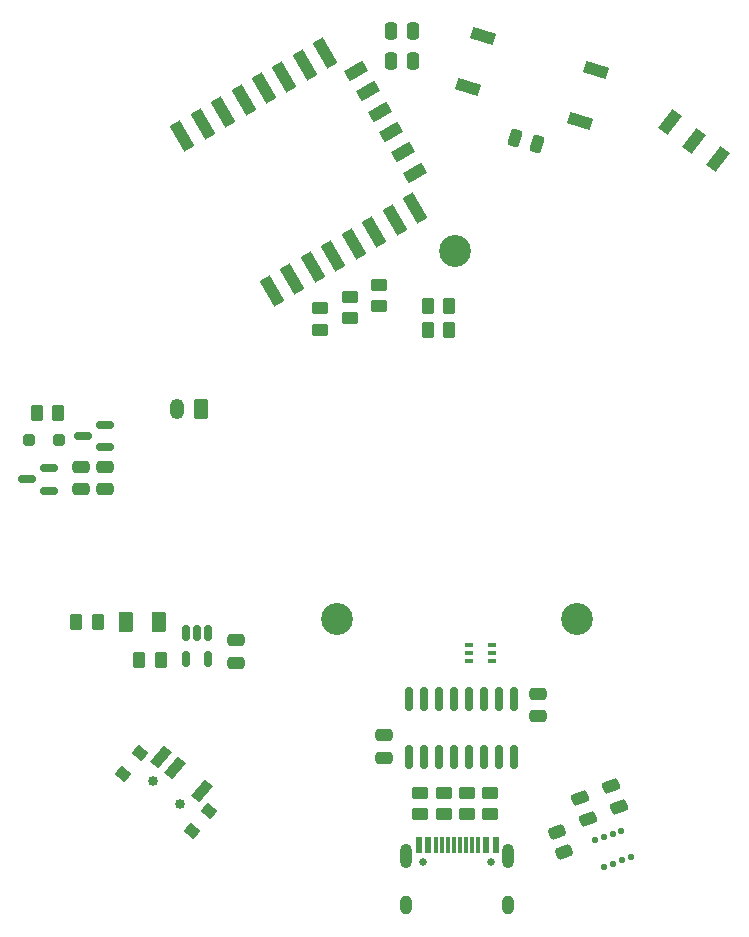
<source format=gbr>
%TF.GenerationSoftware,KiCad,Pcbnew,8.0.8*%
%TF.CreationDate,2025-04-01T18:22:34+02:00*%
%TF.ProjectId,Haibadge_B,48616962-6164-4676-955f-422e6b696361,rev?*%
%TF.SameCoordinates,Original*%
%TF.FileFunction,Soldermask,Bot*%
%TF.FilePolarity,Negative*%
%FSLAX46Y46*%
G04 Gerber Fmt 4.6, Leading zero omitted, Abs format (unit mm)*
G04 Created by KiCad (PCBNEW 8.0.8) date 2025-04-01 18:22:34*
%MOMM*%
%LPD*%
G01*
G04 APERTURE LIST*
G04 Aperture macros list*
%AMRoundRect*
0 Rectangle with rounded corners*
0 $1 Rounding radius*
0 $2 $3 $4 $5 $6 $7 $8 $9 X,Y pos of 4 corners*
0 Add a 4 corners polygon primitive as box body*
4,1,4,$2,$3,$4,$5,$6,$7,$8,$9,$2,$3,0*
0 Add four circle primitives for the rounded corners*
1,1,$1+$1,$2,$3*
1,1,$1+$1,$4,$5*
1,1,$1+$1,$6,$7*
1,1,$1+$1,$8,$9*
0 Add four rect primitives between the rounded corners*
20,1,$1+$1,$2,$3,$4,$5,0*
20,1,$1+$1,$4,$5,$6,$7,0*
20,1,$1+$1,$6,$7,$8,$9,0*
20,1,$1+$1,$8,$9,$2,$3,0*%
%AMRotRect*
0 Rectangle, with rotation*
0 The origin of the aperture is its center*
0 $1 length*
0 $2 width*
0 $3 Rotation angle, in degrees counterclockwise*
0 Add horizontal line*
21,1,$1,$2,0,0,$3*%
G04 Aperture macros list end*
%ADD10C,2.700000*%
%ADD11RoundRect,0.250000X-0.450000X0.262500X-0.450000X-0.262500X0.450000X-0.262500X0.450000X0.262500X0*%
%ADD12RoundRect,0.250000X-0.250000X-0.475000X0.250000X-0.475000X0.250000X0.475000X-0.250000X0.475000X0*%
%ADD13RoundRect,0.250000X0.262500X0.450000X-0.262500X0.450000X-0.262500X-0.450000X0.262500X-0.450000X0*%
%ADD14RoundRect,0.250000X-0.262500X-0.450000X0.262500X-0.450000X0.262500X0.450000X-0.262500X0.450000X0*%
%ADD15RoundRect,0.150000X0.587500X0.150000X-0.587500X0.150000X-0.587500X-0.150000X0.587500X-0.150000X0*%
%ADD16RoundRect,0.250000X-0.475000X0.250000X-0.475000X-0.250000X0.475000X-0.250000X0.475000X0.250000X0*%
%ADD17RoundRect,0.250000X0.450000X-0.262500X0.450000X0.262500X-0.450000X0.262500X-0.450000X-0.262500X0*%
%ADD18RotRect,2.000000X1.000000X163.000000*%
%ADD19RoundRect,0.250000X-0.384547X-0.374498X0.090981X-0.529006X0.384547X0.374498X-0.090981X0.529006X0*%
%ADD20RoundRect,0.100000X-0.225000X-0.100000X0.225000X-0.100000X0.225000X0.100000X-0.225000X0.100000X0*%
%ADD21RoundRect,0.150000X0.150000X-0.825000X0.150000X0.825000X-0.150000X0.825000X-0.150000X-0.825000X0*%
%ADD22RoundRect,0.150000X-0.150000X0.512500X-0.150000X-0.512500X0.150000X-0.512500X0.150000X0.512500X0*%
%ADD23RoundRect,0.250000X0.475000X-0.250000X0.475000X0.250000X-0.475000X0.250000X-0.475000X-0.250000X0*%
%ADD24RoundRect,0.250000X0.350000X0.625000X-0.350000X0.625000X-0.350000X-0.625000X0.350000X-0.625000X0*%
%ADD25O,1.200000X1.750000*%
%ADD26C,0.850000*%
%ADD27RotRect,0.900000X1.800000X140.000000*%
%ADD28RotRect,1.100000X0.930000X140.000000*%
%ADD29RoundRect,0.250000X0.531859X-0.072464X0.360849X0.397383X-0.531859X0.072464X-0.360849X-0.397383X0*%
%ADD30RoundRect,0.250000X0.512642X-0.092760X0.333081X0.400578X-0.512642X0.092760X-0.333081X-0.400578X0*%
%ADD31RoundRect,0.250000X0.375000X0.625000X-0.375000X0.625000X-0.375000X-0.625000X0.375000X-0.625000X0*%
%ADD32RoundRect,0.125000X-0.070434X-0.171960X0.164489X-0.086455X0.070434X0.171960X-0.164489X0.086455X0*%
%ADD33RotRect,1.000000X2.000000X322.700000*%
%ADD34RoundRect,0.250000X0.250000X0.250000X-0.250000X0.250000X-0.250000X-0.250000X0.250000X-0.250000X0*%
%ADD35C,0.650000*%
%ADD36R,0.600000X1.450000*%
%ADD37R,0.300000X1.450000*%
%ADD38O,1.000000X1.600000*%
%ADD39O,1.000000X2.100000*%
%ADD40RotRect,2.500000X1.000000X300.000000*%
%ADD41RotRect,1.000000X1.800000X300.000000*%
G04 APERTURE END LIST*
D10*
%TO.C,H3*%
X150300000Y-153800000D03*
%TD*%
%TO.C,H2*%
X130000000Y-153800000D03*
%TD*%
%TO.C,H1*%
X140000000Y-122600000D03*
%TD*%
D11*
%TO.C,R10*%
X133600000Y-125462500D03*
X133600000Y-127287500D03*
%TD*%
D12*
%TO.C,C22*%
X134550000Y-104000000D03*
X136450000Y-104000000D03*
%TD*%
D13*
%TO.C,R4*%
X109775000Y-154050000D03*
X107950000Y-154050000D03*
%TD*%
D14*
%TO.C,R12*%
X113275000Y-157200000D03*
X115100000Y-157200000D03*
%TD*%
%TO.C,R14*%
X137675000Y-129300000D03*
X139500000Y-129300000D03*
%TD*%
D15*
%TO.C,U4*%
X110400000Y-137300000D03*
X110400000Y-139200000D03*
X108525000Y-138250000D03*
%TD*%
D12*
%TO.C,C23*%
X134550000Y-106500000D03*
X136450000Y-106500000D03*
%TD*%
D15*
%TO.C,Q3*%
X105600000Y-141000000D03*
X105600000Y-142900000D03*
X103725000Y-141950000D03*
%TD*%
D16*
%TO.C,C19*%
X110400000Y-140900000D03*
X110400000Y-142800000D03*
%TD*%
D17*
%TO.C,R7*%
X139050000Y-170300000D03*
X139050000Y-168475000D03*
%TD*%
D18*
%TO.C,SW1*%
X151939360Y-107310173D03*
X142376313Y-104386456D03*
X150623687Y-111613544D03*
X141060640Y-108689827D03*
%TD*%
D19*
%TO.C,C16*%
X145096496Y-113000000D03*
X146903504Y-113587134D03*
%TD*%
D20*
%TO.C,Q1*%
X141200000Y-157300000D03*
X141200000Y-156650000D03*
X141200000Y-156000000D03*
X143100000Y-156000000D03*
X143100000Y-156650000D03*
X143100000Y-157300000D03*
%TD*%
D21*
%TO.C,U2*%
X145000000Y-165475000D03*
X143730000Y-165475000D03*
X142460000Y-165475000D03*
X141190000Y-165475000D03*
X139920000Y-165475000D03*
X138650000Y-165475000D03*
X137380000Y-165475000D03*
X136110000Y-165475000D03*
X136110000Y-160525000D03*
X137380000Y-160525000D03*
X138650000Y-160525000D03*
X139920000Y-160525000D03*
X141190000Y-160525000D03*
X142460000Y-160525000D03*
X143730000Y-160525000D03*
X145000000Y-160525000D03*
%TD*%
D22*
%TO.C,U3*%
X117187500Y-154912500D03*
X118137500Y-154912500D03*
X119087500Y-154912500D03*
X119087500Y-157187500D03*
X117187500Y-157187500D03*
%TD*%
D11*
%TO.C,R6*%
X137000000Y-168475000D03*
X137000000Y-170300000D03*
%TD*%
D23*
%TO.C,C21*%
X121500000Y-157450000D03*
X121500000Y-155550000D03*
%TD*%
D24*
%TO.C,J3*%
X118500000Y-136000000D03*
D25*
X116500000Y-136000000D03*
%TD*%
D11*
%TO.C,R9*%
X131100000Y-126462500D03*
X131100000Y-128287500D03*
%TD*%
D26*
%TO.C,SW2*%
X116686385Y-169391144D03*
X114388252Y-167462782D03*
D27*
X118565777Y-168318165D03*
X116267644Y-166389802D03*
X115118577Y-165425621D03*
D28*
X113359128Y-165111079D03*
X111900000Y-166850000D03*
X117721937Y-171735186D03*
X119181065Y-169996265D03*
%TD*%
D16*
%TO.C,C20*%
X108300000Y-140900000D03*
X108300000Y-142800000D03*
%TD*%
D29*
%TO.C,C17*%
X151261165Y-170683656D03*
X150611327Y-168898240D03*
%TD*%
D23*
%TO.C,C25*%
X147000000Y-161975000D03*
X147000000Y-160075000D03*
%TD*%
D30*
%TO.C,R3*%
X149238763Y-173500000D03*
X148614575Y-171785062D03*
%TD*%
D31*
%TO.C,D16*%
X114950000Y-154000000D03*
X112150000Y-154000000D03*
%TD*%
D17*
%TO.C,R5*%
X143000000Y-170300000D03*
X143000000Y-168475000D03*
%TD*%
D11*
%TO.C,R11*%
X128600000Y-127462500D03*
X128600000Y-129287500D03*
%TD*%
D32*
%TO.C,U6*%
X152646886Y-174742527D03*
X153398640Y-174468912D03*
X154150394Y-174195295D03*
X154902147Y-173921679D03*
X154089850Y-171689909D03*
X153338096Y-171963524D03*
X152586342Y-172237141D03*
X151834589Y-172510757D03*
%TD*%
D33*
%TO.C,J1*%
X158241670Y-111716878D03*
X160262173Y-113256089D03*
X162282676Y-114795300D03*
%TD*%
D34*
%TO.C,D17*%
X106450000Y-138600000D03*
X103950000Y-138600000D03*
%TD*%
D29*
%TO.C,C18*%
X153847854Y-169678514D03*
X153198016Y-167893098D03*
%TD*%
D16*
%TO.C,C24*%
X134000000Y-163600000D03*
X134000000Y-165500000D03*
%TD*%
D14*
%TO.C,R2*%
X137675000Y-127300000D03*
X139500000Y-127300000D03*
%TD*%
D11*
%TO.C,R8*%
X141000000Y-168475000D03*
X141000000Y-170300000D03*
%TD*%
D35*
%TO.C,J2*%
X143070000Y-174350000D03*
X137290000Y-174350000D03*
D36*
X143430000Y-172905000D03*
X142630000Y-172905000D03*
D37*
X141430000Y-172905000D03*
X140430000Y-172905000D03*
X139930000Y-172905000D03*
X138930000Y-172905000D03*
D36*
X137730000Y-172905000D03*
X136930000Y-172905000D03*
X136930000Y-172905000D03*
X137730000Y-172905000D03*
D37*
X138430000Y-172905000D03*
X139430000Y-172905000D03*
X140930000Y-172905000D03*
X141930000Y-172905000D03*
D36*
X142630000Y-172905000D03*
X143430000Y-172905000D03*
D38*
X144500000Y-178000000D03*
D39*
X144500000Y-173820000D03*
D38*
X135860000Y-178000000D03*
D39*
X135860000Y-173820000D03*
%TD*%
D13*
%TO.C,R13*%
X106412500Y-136300000D03*
X104587500Y-136300000D03*
%TD*%
D40*
%TO.C,U1*%
X116900000Y-112836414D03*
X118632051Y-111836414D03*
X120364102Y-110836414D03*
X122096153Y-109836414D03*
X123828203Y-108836414D03*
X125560254Y-107836414D03*
X127292305Y-106836414D03*
X129024356Y-105836414D03*
D41*
X131623394Y-107338080D03*
X132623394Y-109070131D03*
X133623394Y-110802182D03*
X134623394Y-112534232D03*
X135623394Y-114266283D03*
X136623394Y-115998334D03*
D40*
X136624356Y-119000000D03*
X134892305Y-120000000D03*
X133160254Y-121000000D03*
X131428203Y-122000000D03*
X129696153Y-123000000D03*
X127964102Y-124000000D03*
X126232051Y-125000000D03*
X124500000Y-126000000D03*
%TD*%
M02*

</source>
